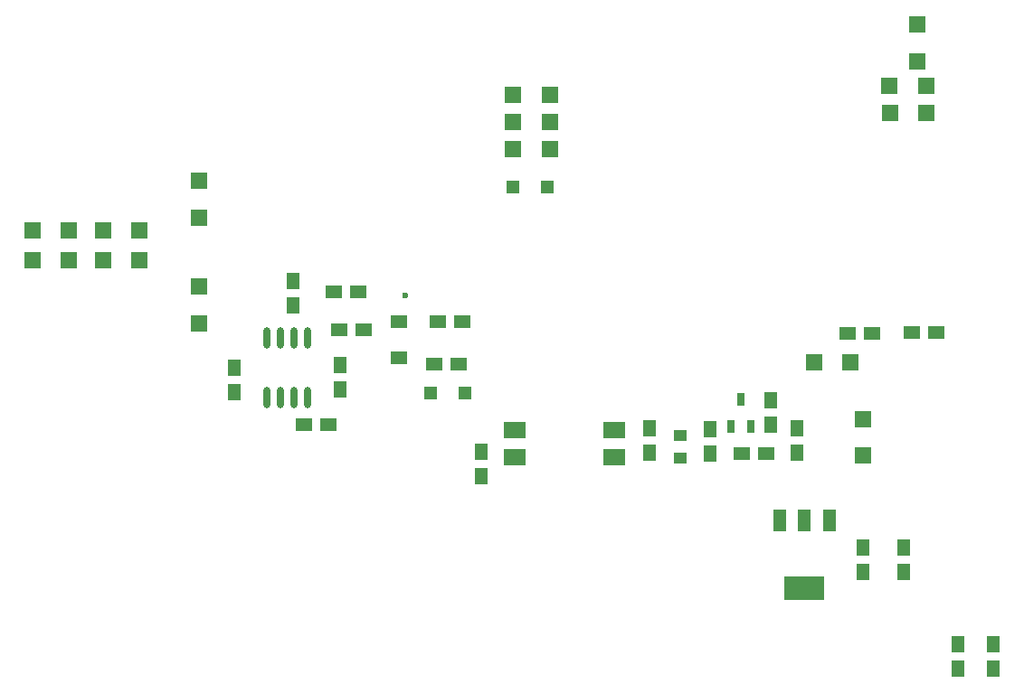
<source format=gbp>
G04*
G04 #@! TF.GenerationSoftware,Altium Limited,Altium Designer,22.3.1 (43)*
G04*
G04 Layer_Color=128*
%FSLAX25Y25*%
%MOIN*%
G70*
G04*
G04 #@! TF.SameCoordinates,C0646150-8C3F-47E1-8FD3-6E96B4F631F1*
G04*
G04*
G04 #@! TF.FilePolarity,Positive*
G04*
G01*
G75*
%ADD108R,0.14961X0.09055*%
%ADD109R,0.04724X0.07874*%
%ADD110R,0.05000X0.06000*%
%ADD111R,0.02756X0.04921*%
%ADD112R,0.06000X0.06000*%
%ADD113R,0.06000X0.05000*%
%ADD114R,0.07874X0.05906*%
%ADD115R,0.05118X0.05118*%
%ADD116R,0.05906X0.05118*%
%ADD117R,0.05118X0.04331*%
%ADD118O,0.02400X0.08000*%
%ADD119R,0.06000X0.06000*%
%ADD120C,0.02362*%
D108*
X306500Y89000D02*
D03*
D109*
Y114000D02*
D03*
X315555D02*
D03*
X297445D02*
D03*
D110*
X294094Y158261D02*
D03*
Y149261D02*
D03*
X376000Y68500D02*
D03*
Y59500D02*
D03*
X362955Y59508D02*
D03*
Y68508D02*
D03*
X342955Y95008D02*
D03*
Y104008D02*
D03*
X327955D02*
D03*
Y95008D02*
D03*
X187500Y130500D02*
D03*
Y139500D02*
D03*
X96500Y170461D02*
D03*
Y161461D02*
D03*
X303839Y139080D02*
D03*
Y148080D02*
D03*
X249213D02*
D03*
Y139080D02*
D03*
X118000Y193261D02*
D03*
Y202261D02*
D03*
X271555Y147580D02*
D03*
Y138580D02*
D03*
X135500Y162261D02*
D03*
Y171261D02*
D03*
D111*
X282972Y158603D02*
D03*
X279232Y148761D02*
D03*
X286713D02*
D03*
D112*
X48000Y221000D02*
D03*
X61500D02*
D03*
X337878Y264261D02*
D03*
X351378D02*
D03*
X35500Y221000D02*
D03*
X22000D02*
D03*
X61500Y210000D02*
D03*
X48000D02*
D03*
X35500D02*
D03*
X22000D02*
D03*
X323500Y172500D02*
D03*
X310000D02*
D03*
X351295Y274261D02*
D03*
X337795D02*
D03*
X212598Y271161D02*
D03*
X199098D02*
D03*
X212598Y251161D02*
D03*
X199098D02*
D03*
X212598Y261161D02*
D03*
X199098D02*
D03*
D113*
X331500Y183000D02*
D03*
X322500D02*
D03*
X180500Y187261D02*
D03*
X171500D02*
D03*
X355161Y183261D02*
D03*
X346161D02*
D03*
X283323Y138580D02*
D03*
X292323D02*
D03*
X170000Y171761D02*
D03*
X179000D02*
D03*
X133000Y198461D02*
D03*
X142000D02*
D03*
X135000Y184261D02*
D03*
X144000D02*
D03*
X131000Y149261D02*
D03*
X122000D02*
D03*
D114*
X236307Y147500D02*
D03*
Y137500D02*
D03*
X199693D02*
D03*
Y147500D02*
D03*
D115*
X211713Y236961D02*
D03*
X198925D02*
D03*
X181390Y161061D02*
D03*
X168602D02*
D03*
D116*
X157000Y174000D02*
D03*
Y187484D02*
D03*
D117*
X260728Y145542D02*
D03*
Y136979D02*
D03*
D118*
X123500Y181461D02*
D03*
X118500D02*
D03*
X113500D02*
D03*
X108500D02*
D03*
Y159461D02*
D03*
X113500D02*
D03*
X118500D02*
D03*
X123500D02*
D03*
D119*
X83500Y200261D02*
D03*
Y186761D02*
D03*
Y239261D02*
D03*
Y225761D02*
D03*
X328000Y151500D02*
D03*
Y138000D02*
D03*
X348000Y297000D02*
D03*
Y283500D02*
D03*
D120*
X159252Y197161D02*
D03*
M02*

</source>
